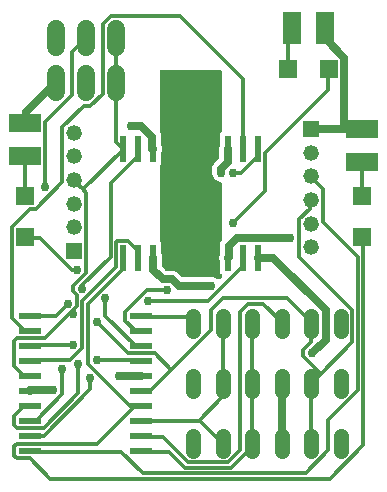
<source format=gbr>
G04 EAGLE Gerber X2 export*
%TF.Part,Single*%
%TF.FileFunction,Copper,L1,Top,Mixed*%
%TF.FilePolarity,Positive*%
%TF.GenerationSoftware,Autodesk,EAGLE,9.1.0*%
%TF.CreationDate,2018-12-20T06:16:38Z*%
G75*
%MOMM*%
%FSLAX34Y34*%
%LPD*%
%AMOC8*
5,1,8,0,0,1.08239X$1,22.5*%
G01*
%ADD10R,0.600000X2.200000*%
%ADD11R,1.320800X1.320800*%
%ADD12C,1.320800*%
%ADD13C,1.308000*%
%ADD14R,1.981200X0.558800*%
%ADD15C,1.524000*%
%ADD16R,2.700000X1.600000*%
%ADD17R,1.600000X2.700000*%
%ADD18R,1.500000X1.500000*%
%ADD19C,0.756400*%
%ADD20C,0.700000*%
%ADD21C,0.300000*%

G36*
X190075Y197053D02*
X190075Y197053D01*
X190166Y197061D01*
X190196Y197073D01*
X190227Y197079D01*
X190308Y197121D01*
X190392Y197157D01*
X190424Y197183D01*
X190445Y197194D01*
X190467Y197217D01*
X190523Y197262D01*
X191038Y197777D01*
X191092Y197851D01*
X191151Y197920D01*
X191163Y197951D01*
X191182Y197977D01*
X191209Y198064D01*
X191243Y198149D01*
X191247Y198189D01*
X191254Y198212D01*
X191253Y198244D01*
X191261Y198315D01*
X191261Y200825D01*
X191247Y200915D01*
X191239Y201006D01*
X191227Y201036D01*
X191222Y201068D01*
X191179Y201148D01*
X191143Y201232D01*
X191117Y201265D01*
X191106Y201285D01*
X191083Y201307D01*
X191066Y201328D01*
X191062Y201336D01*
X191057Y201340D01*
X191038Y201363D01*
X189785Y202616D01*
X189785Y212021D01*
X189782Y212038D01*
X189784Y212056D01*
X189763Y212160D01*
X189760Y212172D01*
X189759Y212188D01*
X189753Y212219D01*
X189746Y212264D01*
X189743Y212269D01*
X189137Y215287D01*
X189734Y218316D01*
X189759Y218371D01*
X189761Y218387D01*
X189767Y218402D01*
X189785Y218569D01*
X189785Y227984D01*
X191038Y229237D01*
X191081Y229295D01*
X191127Y229344D01*
X191135Y229362D01*
X191151Y229380D01*
X191163Y229410D01*
X191182Y229436D01*
X191205Y229513D01*
X191231Y229568D01*
X191232Y229582D01*
X191243Y229608D01*
X191247Y229649D01*
X191254Y229671D01*
X191253Y229704D01*
X191261Y229775D01*
X191261Y278666D01*
X191258Y278686D01*
X191260Y278705D01*
X191238Y278807D01*
X191222Y278909D01*
X191212Y278926D01*
X191208Y278946D01*
X191155Y279035D01*
X191106Y279126D01*
X191092Y279140D01*
X191082Y279157D01*
X191003Y279224D01*
X190928Y279296D01*
X190910Y279304D01*
X190895Y279317D01*
X190799Y279356D01*
X190705Y279399D01*
X190685Y279401D01*
X190667Y279409D01*
X190500Y279427D01*
X189578Y279427D01*
X186694Y280622D01*
X184487Y282829D01*
X183292Y285713D01*
X183292Y288835D01*
X183516Y289376D01*
X183531Y289439D01*
X183556Y289500D01*
X183565Y289583D01*
X183572Y289615D01*
X183571Y289634D01*
X183574Y289667D01*
X183574Y292172D01*
X184726Y294952D01*
X189006Y299232D01*
X189059Y299306D01*
X189119Y299376D01*
X189131Y299406D01*
X189150Y299432D01*
X189177Y299519D01*
X189211Y299604D01*
X189215Y299645D01*
X189222Y299667D01*
X189221Y299699D01*
X189229Y299771D01*
X189229Y305146D01*
X189227Y305162D01*
X189228Y305176D01*
X189224Y305197D01*
X189225Y305223D01*
X189190Y305387D01*
X189143Y305529D01*
X189227Y306739D01*
X189226Y306759D01*
X189229Y306792D01*
X189229Y308006D01*
X189286Y308144D01*
X189295Y308182D01*
X189312Y308217D01*
X189343Y308382D01*
X189409Y309330D01*
X189705Y309924D01*
X189732Y310012D01*
X189767Y310097D01*
X189771Y310137D01*
X189778Y310159D01*
X189777Y310191D01*
X189785Y310264D01*
X189785Y319984D01*
X191038Y321237D01*
X191091Y321311D01*
X191151Y321380D01*
X191163Y321410D01*
X191182Y321436D01*
X191209Y321523D01*
X191243Y321608D01*
X191247Y321649D01*
X191254Y321671D01*
X191253Y321704D01*
X191261Y321775D01*
X191261Y373300D01*
X191258Y373320D01*
X191260Y373339D01*
X191238Y373441D01*
X191222Y373543D01*
X191212Y373560D01*
X191208Y373580D01*
X191155Y373669D01*
X191106Y373760D01*
X191092Y373774D01*
X191082Y373791D01*
X191003Y373858D01*
X190928Y373930D01*
X190910Y373938D01*
X190895Y373951D01*
X190799Y373990D01*
X190705Y374033D01*
X190685Y374035D01*
X190667Y374043D01*
X190500Y374061D01*
X139700Y374061D01*
X139680Y374058D01*
X139661Y374060D01*
X139559Y374038D01*
X139457Y374022D01*
X139440Y374012D01*
X139420Y374008D01*
X139331Y373955D01*
X139240Y373906D01*
X139226Y373892D01*
X139209Y373882D01*
X139142Y373803D01*
X139071Y373728D01*
X139062Y373710D01*
X139049Y373695D01*
X139010Y373599D01*
X138967Y373505D01*
X138965Y373485D01*
X138957Y373467D01*
X138939Y373300D01*
X138939Y321775D01*
X138954Y321685D01*
X138961Y321594D01*
X138973Y321564D01*
X138979Y321532D01*
X139021Y321452D01*
X139057Y321368D01*
X139083Y321336D01*
X139094Y321315D01*
X139117Y321293D01*
X139162Y321237D01*
X140415Y319984D01*
X140415Y310281D01*
X140430Y310187D01*
X140439Y310092D01*
X140451Y310059D01*
X140454Y310038D01*
X140470Y310009D01*
X140498Y309935D01*
X140773Y309396D01*
X141010Y306396D01*
X140452Y304677D01*
X140447Y304642D01*
X140433Y304609D01*
X140415Y304442D01*
X140415Y294616D01*
X139162Y293363D01*
X139109Y293289D01*
X139049Y293220D01*
X139037Y293190D01*
X139018Y293164D01*
X138991Y293077D01*
X138957Y292992D01*
X138953Y292951D01*
X138946Y292929D01*
X138947Y292896D01*
X138939Y292825D01*
X138939Y229775D01*
X138944Y229745D01*
X138942Y229733D01*
X138954Y229679D01*
X138961Y229594D01*
X138973Y229564D01*
X138979Y229532D01*
X138991Y229509D01*
X138994Y229493D01*
X139026Y229439D01*
X139057Y229368D01*
X139083Y229336D01*
X139094Y229315D01*
X139110Y229299D01*
X139121Y229282D01*
X139137Y229268D01*
X139162Y229237D01*
X140415Y227984D01*
X140415Y218276D01*
X140417Y218262D01*
X140415Y218248D01*
X140440Y218082D01*
X140630Y217362D01*
X140643Y217333D01*
X140647Y217317D01*
X140648Y217313D01*
X140649Y217312D01*
X140663Y217264D01*
X141023Y216395D01*
X141023Y215968D01*
X141025Y215954D01*
X141023Y215940D01*
X141048Y215774D01*
X141156Y215362D01*
X141030Y214429D01*
X141031Y214397D01*
X141023Y214327D01*
X141023Y208160D01*
X141037Y208070D01*
X141045Y207979D01*
X141057Y207949D01*
X141062Y207917D01*
X141105Y207836D01*
X141141Y207752D01*
X141167Y207720D01*
X141178Y207700D01*
X141201Y207677D01*
X141246Y207621D01*
X144285Y204582D01*
X144359Y204529D01*
X144429Y204469D01*
X144459Y204457D01*
X144485Y204438D01*
X144572Y204411D01*
X144657Y204377D01*
X144698Y204373D01*
X144720Y204366D01*
X144752Y204367D01*
X144824Y204359D01*
X150797Y204359D01*
X153577Y203207D01*
X157857Y198927D01*
X157931Y198874D01*
X158001Y198814D01*
X158031Y198802D01*
X158057Y198783D01*
X158144Y198756D01*
X158229Y198722D01*
X158270Y198718D01*
X158292Y198711D01*
X158324Y198712D01*
X158396Y198704D01*
X179698Y198704D01*
X179763Y198714D01*
X179828Y198715D01*
X179908Y198738D01*
X179941Y198743D01*
X179958Y198753D01*
X179989Y198762D01*
X180530Y198986D01*
X183652Y198986D01*
X186536Y197791D01*
X187065Y197262D01*
X187139Y197209D01*
X187209Y197149D01*
X187239Y197137D01*
X187265Y197118D01*
X187352Y197091D01*
X187437Y197057D01*
X187478Y197053D01*
X187500Y197046D01*
X187532Y197047D01*
X187604Y197039D01*
X189985Y197039D01*
X190075Y197053D01*
G37*
D10*
X120650Y215300D03*
X196850Y307300D03*
X107950Y215300D03*
X133350Y215300D03*
X146050Y215300D03*
X184150Y307300D03*
X209550Y307300D03*
X222250Y307300D03*
X171450Y215300D03*
X209550Y215300D03*
X158750Y215300D03*
X184150Y215300D03*
X222250Y215300D03*
X196850Y215300D03*
X171450Y307300D03*
X158750Y307300D03*
X146050Y307300D03*
X133350Y307300D03*
X120650Y307300D03*
X107950Y307300D03*
D11*
X266700Y324000D03*
D12*
X266700Y304000D03*
X266700Y284000D03*
X266700Y264000D03*
X266700Y244000D03*
X266700Y224000D03*
D11*
X66500Y221000D03*
D12*
X66500Y241000D03*
X66500Y261000D03*
X66500Y281000D03*
X66500Y301000D03*
X66500Y321000D03*
D13*
X292100Y166240D02*
X292100Y153160D01*
X267100Y153160D02*
X267100Y166240D01*
X242100Y166240D02*
X242100Y153160D01*
X217100Y153160D02*
X217100Y166240D01*
X192100Y166240D02*
X192100Y153160D01*
X167100Y153160D02*
X167100Y166240D01*
X292100Y64640D02*
X292100Y51560D01*
X267100Y51560D02*
X267100Y64640D01*
X242100Y64640D02*
X242100Y51560D01*
X217100Y51560D02*
X217100Y64640D01*
X192100Y64640D02*
X192100Y51560D01*
X167100Y51560D02*
X167100Y64640D01*
X292100Y102360D02*
X292100Y115440D01*
X267100Y115440D02*
X267100Y102360D01*
X242100Y102360D02*
X242100Y115440D01*
X217100Y115440D02*
X217100Y102360D01*
X192100Y102360D02*
X192100Y115440D01*
X167100Y115440D02*
X167100Y102360D01*
D14*
X123190Y51750D03*
X123190Y64450D03*
X123190Y77150D03*
X123190Y89850D03*
X123190Y102550D03*
X123190Y115250D03*
X123190Y127950D03*
X123190Y140650D03*
X123190Y153350D03*
X123190Y166050D03*
X29210Y166050D03*
X29210Y153350D03*
X29210Y140650D03*
X29210Y127950D03*
X29210Y115250D03*
X29210Y102550D03*
X29210Y89850D03*
X29210Y77150D03*
X29210Y64450D03*
X29210Y51750D03*
D15*
X101600Y393380D02*
X101600Y408620D01*
X76200Y408620D02*
X76200Y393380D01*
X50800Y393380D02*
X50800Y408620D01*
X101600Y370520D02*
X101600Y355280D01*
X76200Y355280D02*
X76200Y370520D01*
X50800Y370520D02*
X50800Y355280D01*
D16*
X310000Y324000D03*
X310000Y296000D03*
X25000Y329000D03*
X25000Y301000D03*
D17*
X279000Y410000D03*
X251000Y410000D03*
D18*
X310000Y267500D03*
X310000Y232500D03*
X25000Y267500D03*
X25000Y232500D03*
X247500Y375000D03*
X282500Y375000D03*
D19*
X177800Y330200D03*
X165100Y330200D03*
X152400Y330200D03*
X152400Y342900D03*
X165100Y342900D03*
X177800Y342900D03*
X177800Y355600D03*
X165100Y355600D03*
X152400Y355600D03*
D20*
X48633Y102921D02*
X29406Y102921D01*
X29210Y102550D01*
X104052Y115362D02*
X122148Y115362D01*
X123190Y115250D01*
X26013Y329121D02*
X26013Y338169D01*
X49764Y361920D01*
X26013Y329121D02*
X25000Y329000D01*
X49764Y361920D02*
X50800Y362900D01*
X266916Y324597D02*
X295191Y324597D01*
X309894Y324597D01*
X310000Y324000D01*
X266916Y324597D02*
X266700Y324000D01*
X279357Y400374D02*
X279357Y409422D01*
X279357Y400374D02*
X295191Y384540D01*
X295191Y324597D01*
X279357Y409422D02*
X279000Y410000D01*
D19*
X48633Y102921D03*
X104052Y115362D03*
X149800Y272400D03*
X159800Y272400D03*
X149800Y262400D03*
D21*
X101790Y363051D02*
X101790Y400374D01*
X101790Y363051D02*
X101600Y362900D01*
X101790Y400374D02*
X101600Y401000D01*
X28275Y115362D02*
X23751Y115362D01*
X15834Y123279D01*
X15834Y144768D01*
X18096Y147030D01*
X41847Y147030D01*
X63902Y169085D02*
X68991Y174174D01*
X63902Y169085D02*
X41847Y147030D01*
X68991Y174174D02*
X68991Y183222D01*
X65598Y186615D01*
X65598Y191139D01*
X76908Y202449D01*
X76908Y270309D01*
X74081Y273137D02*
X66729Y280488D01*
X74081Y273137D02*
X76908Y270309D01*
X29210Y115250D02*
X28275Y115362D01*
X66729Y280488D02*
X66500Y281000D01*
X74081Y273137D02*
X107445Y306501D01*
X107950Y307300D01*
X101790Y313287D02*
X101790Y361920D01*
X101790Y313287D02*
X107445Y307632D01*
X101790Y361920D02*
X101600Y362900D01*
X107445Y307632D02*
X107950Y307300D01*
X123279Y102921D02*
X131196Y102921D01*
X148727Y120452D02*
X182091Y153816D01*
X148727Y120452D02*
X131196Y102921D01*
X182091Y153816D02*
X182091Y170781D01*
X192270Y180960D01*
X246558Y180960D01*
X266916Y160602D01*
X123279Y102921D02*
X123190Y102550D01*
X267100Y159700D02*
X266916Y160602D01*
X266916Y108576D02*
X266916Y58812D01*
X267100Y58100D01*
X266916Y108576D02*
X267100Y108900D01*
X265785Y256737D02*
X265785Y263523D01*
X265785Y256737D02*
X256737Y247689D01*
X256737Y216021D01*
X301977Y170781D01*
X301977Y143637D01*
X275399Y117059D02*
X268047Y109707D01*
X275399Y117059D02*
X301977Y143637D01*
X265785Y263523D02*
X266700Y264000D01*
X268047Y109707D02*
X267100Y108900D01*
X266916Y143637D02*
X266916Y158340D01*
X266916Y143637D02*
X260130Y136851D01*
X260130Y132327D01*
X275399Y117059D01*
X266916Y158340D02*
X267100Y159700D01*
X65598Y167388D02*
X63902Y169085D01*
X85956Y160602D02*
X111969Y134589D01*
X134589Y134589D01*
X148727Y120452D01*
D19*
X65598Y167388D03*
X85956Y160602D03*
D20*
X222807Y214890D02*
X235248Y214890D01*
X279357Y170781D01*
X279357Y145899D01*
X268047Y134589D01*
X222807Y214890D02*
X222250Y215300D01*
X242034Y108576D02*
X242034Y58812D01*
X242100Y58100D01*
X242034Y108576D02*
X242100Y108900D01*
D19*
X268047Y134589D03*
D21*
X311025Y56550D02*
X311025Y231855D01*
X311025Y56550D02*
X282750Y28275D01*
X46371Y28275D01*
X29406Y45240D01*
X18096Y45240D01*
X15834Y47502D01*
X15834Y55419D01*
X18096Y57681D01*
X85956Y57681D01*
X117624Y89349D01*
X122148Y89349D01*
X310000Y232500D02*
X311025Y231855D01*
X123190Y89850D02*
X122148Y89349D01*
X107445Y205842D02*
X107445Y214890D01*
X107445Y205842D02*
X78039Y176436D01*
X78039Y125541D01*
X115362Y88218D01*
X107445Y214890D02*
X107950Y215300D01*
X123190Y89850D02*
X115362Y88218D01*
X122148Y128934D02*
X85956Y128934D01*
X41847Y274833D02*
X41847Y330252D01*
X64467Y352872D01*
X64467Y389064D01*
X75777Y400374D01*
X122148Y128934D02*
X123190Y127950D01*
X75777Y400374D02*
X76200Y401000D01*
D19*
X85956Y128934D03*
X41847Y274833D03*
D21*
X37323Y231855D02*
X26013Y231855D01*
X37323Y231855D02*
X64467Y204711D01*
X68991Y204711D01*
X92742Y180960D02*
X92742Y166257D01*
X117624Y141375D01*
X122148Y141375D01*
X26013Y231855D02*
X25000Y232500D01*
X122148Y141375D02*
X123190Y140650D01*
X221676Y300846D02*
X221676Y306501D01*
X221676Y300846D02*
X208104Y287274D01*
X201318Y287274D01*
X221676Y306501D02*
X222250Y307300D01*
D19*
X68991Y204711D03*
X92742Y180960D03*
X201318Y287274D03*
D21*
X281619Y357396D02*
X281619Y374361D01*
X281619Y357396D02*
X228462Y304239D01*
X228462Y271440D01*
X201318Y244296D01*
X144768Y187746D02*
X127803Y187746D01*
X109707Y169650D01*
X109707Y161733D01*
X117624Y153816D01*
X122148Y153816D01*
X281619Y374361D02*
X282500Y375000D01*
X123190Y153350D02*
X122148Y153816D01*
D19*
X201318Y244296D03*
X144768Y187746D03*
D21*
X40716Y64467D02*
X29406Y64467D01*
X40716Y64467D02*
X80301Y104052D01*
X80301Y113100D01*
X29406Y64467D02*
X29210Y64450D01*
D19*
X80301Y113100D03*
D21*
X106314Y50895D02*
X29406Y50895D01*
X106314Y50895D02*
X124410Y32799D01*
X262392Y32799D01*
X281619Y52026D01*
X281619Y78039D01*
X306501Y102921D01*
X306501Y216021D01*
X277095Y245427D01*
X277095Y273702D01*
X266916Y283881D01*
X29210Y51750D02*
X29406Y50895D01*
X266700Y284000D02*
X266916Y283881D01*
D20*
X133458Y214890D02*
X133458Y204711D01*
X141375Y196794D01*
X149292Y196794D01*
X154947Y191139D01*
X182091Y191139D01*
X133458Y214890D02*
X133350Y215300D01*
D19*
X182091Y191139D03*
D20*
X197925Y216021D02*
X197925Y225069D01*
X204711Y231855D01*
X248820Y231855D01*
X197925Y216021D02*
X196850Y215300D01*
D19*
X248820Y231855D03*
D21*
X28275Y89349D02*
X23751Y89349D01*
X15834Y81432D01*
X15834Y73515D01*
X18096Y71253D01*
X40716Y71253D01*
X70122Y100659D01*
X70122Y125541D01*
X29210Y89850D02*
X28275Y89349D01*
D19*
X70122Y125541D03*
D21*
X35061Y78039D02*
X29406Y78039D01*
X35061Y78039D02*
X56550Y99528D01*
X56550Y121017D01*
X29406Y78039D02*
X29210Y77150D01*
D19*
X56550Y121017D03*
D20*
X196794Y296322D02*
X196794Y306501D01*
X196794Y296322D02*
X191139Y290667D01*
X191139Y287274D01*
X196794Y306501D02*
X196850Y307300D01*
D19*
X191139Y287274D03*
D20*
X132327Y307632D02*
X132327Y317811D01*
X123279Y326859D01*
X114231Y326859D01*
X132327Y307632D02*
X133350Y307300D01*
D19*
X114231Y326859D03*
D21*
X123279Y165126D02*
X161733Y165126D01*
X166257Y160602D01*
X123279Y165126D02*
X123190Y166050D01*
X166257Y160602D02*
X167100Y159700D01*
X147030Y50895D02*
X123279Y50895D01*
X147030Y50895D02*
X160602Y37323D01*
X199056Y37323D01*
X216021Y54288D01*
X216021Y57681D01*
X123279Y50895D02*
X123190Y51750D01*
X216021Y57681D02*
X217100Y58100D01*
X217152Y58812D02*
X217152Y108576D01*
X217100Y108900D01*
X217152Y58812D02*
X217100Y58100D01*
X217152Y109707D02*
X217152Y159471D01*
X217100Y159700D01*
X217152Y109707D02*
X217100Y108900D01*
X173043Y76908D02*
X123279Y76908D01*
X173043Y76908D02*
X191139Y58812D01*
X123279Y76908D02*
X123190Y77150D01*
X191139Y58812D02*
X192100Y58100D01*
X191139Y96135D02*
X191139Y108576D01*
X191139Y96135D02*
X173043Y78039D01*
X191139Y108576D02*
X192100Y108900D01*
X173043Y78039D02*
X173043Y76908D01*
X192270Y109707D02*
X192270Y159471D01*
X192100Y159700D01*
X192270Y109707D02*
X192100Y108900D01*
X63336Y128934D02*
X29406Y128934D01*
X63336Y128934D02*
X73515Y139113D01*
X73515Y178698D01*
X101790Y206973D01*
X101790Y228462D01*
X102921Y229593D01*
X111969Y229593D01*
X119886Y221676D01*
X119886Y216021D01*
X29406Y128934D02*
X29210Y127950D01*
X119886Y216021D02*
X120650Y215300D01*
X65598Y141375D02*
X29406Y141375D01*
X128934Y178698D02*
X179829Y178698D01*
X209235Y208104D01*
X209235Y214890D01*
X29406Y141375D02*
X29210Y140650D01*
X209235Y214890D02*
X209550Y215300D01*
D19*
X65598Y141375D03*
X128934Y178698D03*
D21*
X28275Y153816D02*
X23751Y153816D01*
X13572Y163995D01*
X13572Y240903D01*
X29406Y256737D01*
X33930Y256737D01*
X56550Y279357D01*
X56550Y325728D01*
X74646Y343824D01*
X80301Y343824D01*
X90480Y354003D01*
X90480Y412815D01*
X97266Y419601D01*
X156078Y419601D01*
X209235Y366444D01*
X209235Y307632D01*
X29210Y153350D02*
X28275Y153816D01*
X209235Y307632D02*
X209550Y307300D01*
X50895Y166257D02*
X29406Y166257D01*
X50895Y166257D02*
X61074Y176436D01*
X73515Y188877D02*
X73515Y192270D01*
X97266Y216021D01*
X97266Y278226D01*
X119886Y300846D01*
X119886Y306501D01*
X29406Y166257D02*
X29210Y166050D01*
X119886Y306501D02*
X120650Y307300D01*
D19*
X61074Y176436D03*
X73515Y188877D03*
D21*
X309894Y268047D02*
X309894Y295191D01*
X309894Y268047D02*
X310000Y267500D01*
X309894Y295191D02*
X310000Y296000D01*
X24882Y300846D02*
X24882Y268047D01*
X25000Y267500D01*
X24882Y300846D02*
X25000Y301000D01*
X247689Y375492D02*
X247689Y407160D01*
X249951Y409422D01*
X247689Y375492D02*
X247500Y375000D01*
X249951Y409422D02*
X251000Y410000D01*
X141375Y63336D02*
X123279Y63336D01*
X141375Y63336D02*
X162864Y41847D01*
X196794Y41847D01*
X206973Y52026D01*
X206973Y169650D01*
X213759Y176436D01*
X226200Y176436D01*
X242034Y160602D01*
X123190Y64450D02*
X123279Y63336D01*
X242100Y159700D02*
X242034Y160602D01*
M02*

</source>
